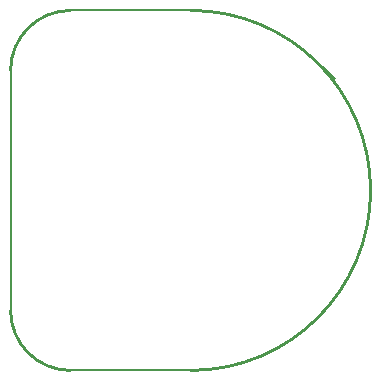
<source format=gko>
G04 Layer_Color=16711935*
%FSAX24Y24*%
%MOIN*%
G70*
G01*
G75*
%ADD13C,0.0100*%
%ADD19C,0.0079*%
D13*
X055000Y014000D02*
G03*
X055000Y026000I000000J006000D01*
G01*
X049000Y016000D02*
G03*
X051000Y014000I002000J000000D01*
G01*
Y026000D02*
G03*
X049000Y024000I000000J-002000D01*
G01*
D19*
X051000Y026000D02*
X055000D01*
X049000Y016000D02*
Y024000D01*
X051000Y014000D02*
X055000D01*
X059400Y024100D02*
X059800Y023700D01*
M02*

</source>
